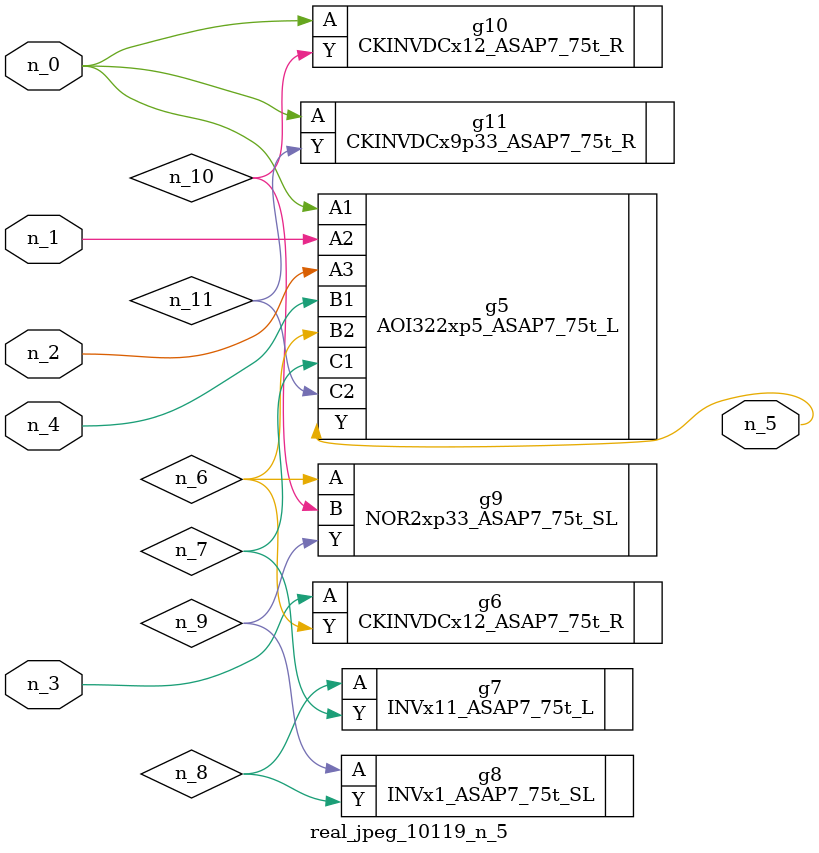
<source format=v>
module real_jpeg_10119_n_5 (n_4, n_0, n_1, n_2, n_3, n_5);

input n_4;
input n_0;
input n_1;
input n_2;
input n_3;

output n_5;

wire n_8;
wire n_11;
wire n_6;
wire n_7;
wire n_10;
wire n_9;

AOI322xp5_ASAP7_75t_L g5 ( 
.A1(n_0),
.A2(n_1),
.A3(n_2),
.B1(n_4),
.B2(n_6),
.C1(n_7),
.C2(n_11),
.Y(n_5)
);

CKINVDCx12_ASAP7_75t_R g10 ( 
.A(n_0),
.Y(n_10)
);

CKINVDCx9p33_ASAP7_75t_R g11 ( 
.A(n_0),
.Y(n_11)
);

CKINVDCx12_ASAP7_75t_R g6 ( 
.A(n_3),
.Y(n_6)
);

NOR2xp33_ASAP7_75t_SL g9 ( 
.A(n_6),
.B(n_10),
.Y(n_9)
);

INVx11_ASAP7_75t_L g7 ( 
.A(n_8),
.Y(n_7)
);

INVx1_ASAP7_75t_SL g8 ( 
.A(n_9),
.Y(n_8)
);


endmodule
</source>
